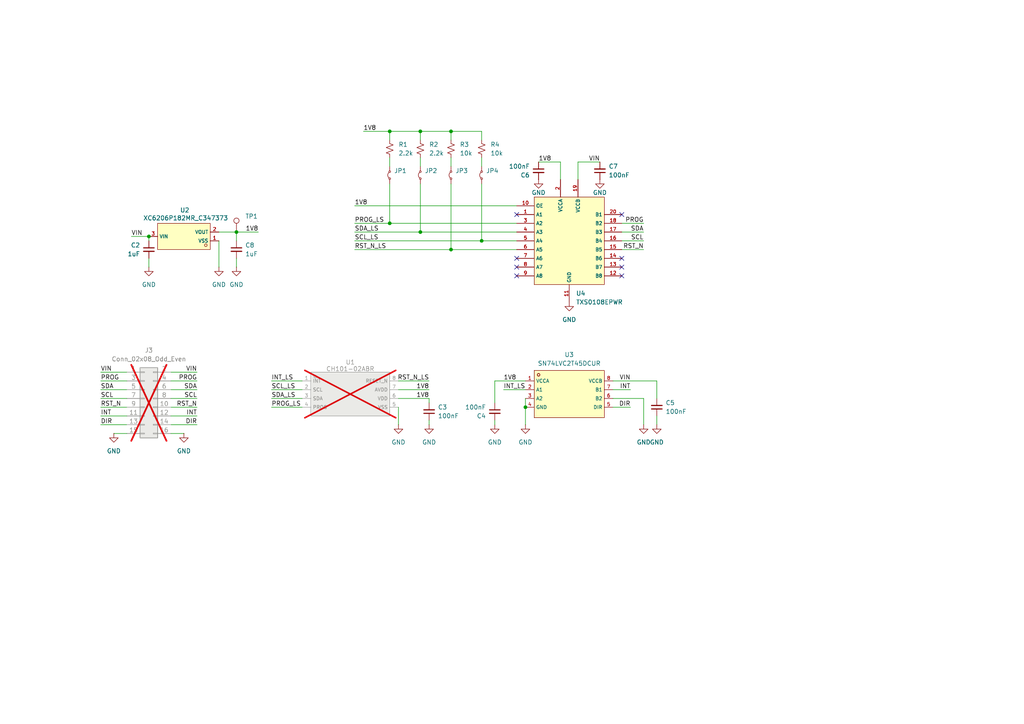
<source format=kicad_sch>
(kicad_sch (version 20250114) (generator "eeschema") (generator_version "9.0")
  (paper "A4")
  (title_block (title "CH101-02ABR Module") (date "2025-04-07") (rev "V1.0") (comment 4 "Author: Si Teng Wu"))
  (lib_symbols
    (symbol "Connector:TestPoint" (pin_numbers (hide yes)) (pin_names (offset 0.762) (hide yes))
      (property "Reference" "TP" (at 0 6.858 0))
      (property "Value" "TestPoint" (at 0 5.08 0))
      (symbol "TestPoint_0_1"
        (circle (center 0 3.302) (radius 0.762))
      )
      (symbol "TestPoint_1_1"
        (pin passive line (at 0 0 90) (length 2.54) (name "1") (number "1"))
      )
    )
    (symbol "Connector_Generic:Conn_02x08_Odd_Even" (pin_names (offset 1.016) (hide yes))
      (property "Reference" "J" (at 1.27 10.16 0))
      (property "Value" "Conn_02x08_Odd_Even" (at 1.27 -12.7 0))
      (symbol "Conn_02x08_Odd_Even_1_1"
        (rectangle (start -1.27 8.89) (end 3.81 -11.43) (stroke (width 0.254)) (fill (type background)))
        (rectangle (start -1.27 7.747) (end 0 7.493) (stroke (width 0.1524)))
        (rectangle (start -1.27 5.207) (end 0 4.953) (stroke (width 0.1524)))
        (rectangle (start -1.27 2.667) (end 0 2.413) (stroke (width 0.1524)))
        (rectangle (start -1.27 0.127) (end 0 -0.127) (stroke (width 0.1524)))
        (rectangle (start -1.27 -2.413) (end 0 -2.667) (stroke (width 0.1524)))
        (rectangle (start -1.27 -4.953) (end 0 -5.207) (stroke (width 0.1524)))
        (rectangle (start -1.27 -7.493) (end 0 -7.747) (stroke (width 0.1524)))
        (rectangle (start -1.27 -10.033) (end 0 -10.287) (stroke (width 0.1524)))
        (rectangle (start 3.81 7.747) (end 2.54 7.493) (stroke (width 0.1524)))
        (rectangle (start 3.81 5.207) (end 2.54 4.953) (stroke (width 0.1524)))
        (rectangle (start 3.81 2.667) (end 2.54 2.413) (stroke (width 0.1524)))
        (rectangle (start 3.81 0.127) (end 2.54 -0.127) (stroke (width 0.1524)))
        (rectangle (start 3.81 -2.413) (end 2.54 -2.667) (stroke (width 0.1524)))
        (rectangle (start 3.81 -4.953) (end 2.54 -5.207) (stroke (width 0.1524)))
        (rectangle (start 3.81 -7.493) (end 2.54 -7.747) (stroke (width 0.1524)))
        (rectangle (start 3.81 -10.033) (end 2.54 -10.287) (stroke (width 0.1524)))
        (pin passive line (at -5.08 7.62 0) (length 3.81) (name "Pin_1") (number "1"))
        (pin passive line (at -5.08 5.08 0) (length 3.81) (name "Pin_3") (number "3"))
        (pin passive line (at -5.08 2.54 0) (length 3.81) (name "Pin_5") (number "5"))
        (pin passive line (at -5.08 0 0) (length 3.81) (name "Pin_7") (number "7"))
        (pin passive line (at -5.08 -2.54 0) (length 3.81) (name "Pin_9") (number "9"))
        (pin passive line (at -5.08 -5.08 0) (length 3.81) (name "Pin_11") (number "11"))
        (pin passive line (at -5.08 -7.62 0) (length 3.81) (name "Pin_13") (number "13"))
        (pin passive line (at -5.08 -10.16 0) (length 3.81) (name "Pin_15") (number "15"))
        (pin passive line (at 7.62 7.62 180) (length 3.81) (name "Pin_2") (number "2"))
        (pin passive line (at 7.62 5.08 180) (length 3.81) (name "Pin_4") (number "4"))
        (pin passive line (at 7.62 2.54 180) (length 3.81) (name "Pin_6") (number "6"))
        (pin passive line (at 7.62 0 180) (length 3.81) (name "Pin_8") (number "8"))
        (pin passive line (at 7.62 -2.54 180) (length 3.81) (name "Pin_10") (number "10"))
        (pin passive line (at 7.62 -5.08 180) (length 3.81) (name "Pin_12") (number "12"))
        (pin passive line (at 7.62 -7.62 180) (length 3.81) (name "Pin_14") (number "14"))
        (pin passive line (at 7.62 -10.16 180) (length 3.81) (name "Pin_16") (number "16"))
      )
    )
    (symbol "Device:C_Small" (pin_numbers (hide yes)) (pin_names (offset 0.254) (hide yes))
      (property "Reference" "C" (at 0.254 1.778 0))
      (property "Value" "C_Small" (at 0.254 -2.032 0))
      (symbol "C_Small_0_1"
        (polyline (pts (xy -1.524 0.508) (xy 1.524 0.508)) (stroke (width 0.3048)))
        (polyline (pts (xy -1.524 -0.508) (xy 1.524 -0.508)) (stroke (width 0.3302)))
      )
      (symbol "C_Small_1_1"
        (pin passive line (at 0 2.54 270) (length 2.032) (name "~") (number "1"))
        (pin passive line (at 0 -2.54 90) (length 2.032) (name "~") (number "2"))
      )
    )
    (symbol "Device:R_Small_US" (pin_numbers (hide yes)) (pin_names (offset 0.254) (hide yes))
      (property "Reference" "R" (at 0.762 0.508 0))
      (property "Value" "R_Small_US" (at 0.762 -1.016 0))
      (symbol "R_Small_US_1_1"
        (polyline (pts (xy 0 1.524) (xy 1.016 1.143) (xy 0 0.762) (xy -1.016 0.381) (xy 0 0)))
        (polyline (pts (xy 0 0) (xy 1.016 -0.381) (xy 0 -0.762) (xy -1.016 -1.143) (xy 0 -1.524)))
        (pin passive line (at 0 2.54 270) (length 1.016) (name "~") (number "1"))
        (pin passive line (at 0 -2.54 90) (length 1.016) (name "~") (number "2"))
      )
    )
    (symbol "Jumper:Jumper_2_Small_Bridged" (pin_numbers (hide yes)) (pin_names (offset 0) (hide yes))
      (property "Reference" "JP" (at 0 2.032 0))
      (property "Value" "Jumper_2_Small_Bridged" (at 0 -2.286 0))
      (symbol "Jumper_2_Small_Bridged_0_0"
        (circle (center -1.016 0) (radius 0.254))
        (circle (center 1.016 0) (radius 0.254))
      )
      (symbol "Jumper_2_Small_Bridged_0_1"
        (arc (start -0.762 0.254) (mid 0 0.5696) (end 0.762 0.254))
      )
      (symbol "Jumper_2_Small_Bridged_1_1"
        (pin passive line (at -2.54 0 0) (length 1.27) (name "A") (number "1"))
        (pin passive line (at 2.54 0 180) (length 1.27) (name "B") (number "2"))
      )
    )
    (symbol "Ultrasonic Sensors:CH101-02ABR"
      (property "Reference" "U" (at 0 1.27 0))
      (property "Value" "CH101-02ABR" (at 0 -2.54 0))
      (symbol "CH101-02ABR_0_1"
        (rectangle (start -11.43 6.35) (end 11.43 -6.35) (fill (type background)))
        (circle (center -10.16 5.08) (radius 0.381) (fill (type background)))
        (pin unspecified line (at -13.97 3.81 0) (length 2.54) (name "INT") (number "1"))
        (pin unspecified line (at -13.97 1.27 0) (length 2.54) (name "SCL") (number "2"))
        (pin unspecified line (at -13.97 -1.27 0) (length 2.54) (name "SDA") (number "3"))
        (pin unspecified line (at -13.97 -3.81 0) (length 2.54) (name "PROG") (number "4"))
        (pin unspecified line (at 13.97 3.81 180) (length 2.54) (name "RESET_N") (number "8"))
        (pin unspecified line (at 13.97 1.27 180) (length 2.54) (name "AVDD") (number "7"))
        (pin unspecified line (at 13.97 -1.27 180) (length 2.54) (name "VDD") (number "6"))
        (pin unspecified line (at 13.97 -3.81 180) (length 2.54) (name "VSS") (number "5"))
      )
    )
    (symbol "Ultrasonic Sensors:SN74LVC2T45DCUR"
      (property "Reference" "U" (at 0 1.27 0))
      (property "Value" "SN74LVC2T45DCUR" (at 0 -2.54 0))
      (symbol "SN74LVC2T45DCUR_0_1"
        (rectangle (start -10.16 6.858) (end 10.16 -6.858) (fill (type background)))
        (circle (center -8.89 5.588) (radius 0.381) (fill (type background)))
        (circle (center -8.89 5.588) (radius 0.381) (fill (type background)))
        (pin unspecified line (at -12.7 3.81 0) (length 2.54) (name "VCCA") (number "1"))
        (pin unspecified line (at -12.7 1.27 0) (length 2.54) (name "A1") (number "2"))
        (pin unspecified line (at -12.7 -1.27 0) (length 2.54) (name "A2") (number "3"))
        (pin unspecified line (at -12.7 -3.81 0) (length 2.54) (name "GND") (number "4"))
        (pin unspecified line (at 12.7 3.81 180) (length 2.54) (name "VCCB") (number "8"))
        (pin unspecified line (at 12.7 1.27 180) (length 2.54) (name "B1") (number "7"))
        (pin unspecified line (at 12.7 -1.27 180) (length 2.54) (name "B2") (number "6"))
        (pin unspecified line (at 12.7 -3.81 180) (length 2.54) (name "DIR") (number "5"))
      )
    )
    (symbol "Ultrasonic Sensors:TXS0108EPWR"
      (property "Reference" "U" (at 0 1.27 0))
      (property "Value" "TXS0108EPWR" (at 0 -2.54 0))
      (symbol "TXS0108EPWR_0_1"
        (rectangle (start -10.16 12.7) (end 10.16 -12.7) (fill (type background)))
        (pin unspecified line (at -15.24 10.16 0) (length 5.08) (name "OE") (number "10"))
        (pin unspecified line (at -15.24 7.62 0) (length 5.08) (name "A1") (number "1"))
        (pin unspecified line (at -15.24 5.08 0) (length 5.08) (name "A2") (number "3"))
        (pin unspecified line (at -15.24 2.54 0) (length 5.08) (name "A3") (number "4"))
        (pin unspecified line (at -15.24 0 0) (length 5.08) (name "A4") (number "5"))
        (pin unspecified line (at -15.24 -2.54 0) (length 5.08) (name "A5") (number "6"))
        (pin unspecified line (at -15.24 -5.08 0) (length 5.08) (name "A6") (number "7"))
        (pin unspecified line (at -15.24 -7.62 0) (length 5.08) (name "A7") (number "8"))
        (pin unspecified line (at -15.24 -10.16 0) (length 5.08) (name "A8") (number "9"))
        (pin unspecified line (at -2.54 17.78 270) (length 5.08) (name "VCCA") (number "2"))
        (pin unspecified line (at 0 -17.78 90) (length 5.08) (name "GND") (number "11"))
        (pin unspecified line (at 2.54 17.78 270) (length 5.08) (name "VCCB") (number "19"))
        (pin unspecified line (at 15.24 7.62 180) (length 5.08) (name "B1") (number "20"))
        (pin unspecified line (at 15.24 5.08 180) (length 5.08) (name "B2") (number "18"))
        (pin unspecified line (at 15.24 2.54 180) (length 5.08) (name "B3") (number "17"))
        (pin unspecified line (at 15.24 0 180) (length 5.08) (name "B4") (number "16"))
        (pin unspecified line (at 15.24 -2.54 180) (length 5.08) (name "B5") (number "15"))
        (pin unspecified line (at 15.24 -5.08 180) (length 5.08) (name "B6") (number "14"))
        (pin unspecified line (at 15.24 -7.62 180) (length 5.08) (name "B7") (number "13"))
        (pin unspecified line (at 15.24 -10.16 180) (length 5.08) (name "B8") (number "12"))
      )
    )
    (symbol "Ultrasonic Sensors:XC6206P182MR_C347373"
      (property "Reference" "U" (at 0 1.27 0))
      (property "Value" "XC6206P182MR_C347373" (at 0 -2.54 0))
      (symbol "XC6206P182MR_C347373_0_1"
        (rectangle (start -7.62 3.81) (end 7.62 -3.81) (fill (type background)))
        (circle (center -6.35 2.54) (radius 0.381) (fill (type background)))
        (pin unspecified line (at -10.16 1.27 0) (length 2.54) (name "VSS") (number "1"))
        (pin unspecified line (at -10.16 -1.27 0) (length 2.54) (name "VOUT") (number "2"))
        (pin unspecified line (at 10.16 0 180) (length 2.54) (name "VIN") (number "3"))
      )
    )
    (symbol "power:GND" (power) (pin_numbers (hide yes)) (pin_names (offset 0) (hide yes))
      (property "Value" "GND" (at 0 -3.81 0))
      (symbol "GND_0_1"
        (polyline (pts (xy 0 0) (xy 0 -1.27) (xy 1.27 -1.27) (xy 0 -2.54) (xy -1.27 -1.27) (xy 0 -1.27)))
      )
      (symbol "GND_1_1"
        (pin power_in line (at 0 0 270) (length 0) (name "~") (number "1"))
      )
    )
  )
  (junction (at 130.81 72.39))
  (junction (at 43.18 68.58))
  (junction (at 130.81 38.1))
  (junction (at 113.03 38.1))
  (junction (at 113.03 64.77))
  (junction (at 139.7 69.85))
  (junction (at 68.58 67.31))
  (junction (at 121.92 67.31))
  (junction (at 152.4 118.11))
  (junction (at 121.92 38.1))
  (no_connect (at 180.34 80.01))
  (no_connect (at 149.86 74.93))
  (no_connect (at 149.86 80.01))
  (no_connect (at 180.34 62.23))
  (no_connect (at 149.86 77.47))
  (no_connect (at 180.34 74.93))
  (no_connect (at 149.86 62.23))
  (no_connect (at 180.34 77.47))
  (wire (pts (xy 121.92 38.1) (xy 130.81 38.1)))
  (wire (pts (xy 130.81 53.34) (xy 130.81 72.39)))
  (wire (pts (xy 115.57 113.03) (xy 124.46 113.03)))
  (wire (pts (xy 186.69 64.77) (xy 180.34 64.77)))
  (wire (pts (xy 143.51 110.49) (xy 143.51 116.84)))
  (wire (pts (xy 115.57 115.57) (xy 124.46 115.57)))
  (wire (pts (xy 186.69 67.31) (xy 180.34 67.31)))
  (wire (pts (xy 36.83 118.11) (xy 29.21 118.11)))
  (wire (pts (xy 113.03 64.77) (xy 149.86 64.77)))
  (wire (pts (xy 36.83 107.95) (xy 29.21 107.95)))
  (wire (pts (xy 102.87 69.85) (xy 139.7 69.85)))
  (wire (pts (xy 130.81 38.1) (xy 139.7 38.1)))
  (wire (pts (xy 43.18 74.93) (xy 43.18 77.47)))
  (wire (pts (xy 49.53 118.11) (xy 57.15 118.11)))
  (wire (pts (xy 102.87 64.77) (xy 113.03 64.77)))
  (wire (pts (xy 177.8 118.11) (xy 182.88 118.11)))
  (wire (pts (xy 152.4 115.57) (xy 152.4 118.11)))
  (wire (pts (xy 68.58 74.93) (xy 68.58 77.47)))
  (wire (pts (xy 49.53 110.49) (xy 57.15 110.49)))
  (wire (pts (xy 115.57 110.49) (xy 124.46 110.49)))
  (wire (pts (xy 121.92 67.31) (xy 149.86 67.31)))
  (wire (pts (xy 36.83 125.73) (xy 33.02 125.73)))
  (wire (pts (xy 139.7 53.34) (xy 139.7 69.85)))
  (wire (pts (xy 36.83 120.65) (xy 29.21 120.65)))
  (wire (pts (xy 49.53 125.73) (xy 53.34 125.73)))
  (wire (pts (xy 139.7 69.85) (xy 149.86 69.85)))
  (wire (pts (xy 130.81 38.1) (xy 130.81 40.64)))
  (wire (pts (xy 190.5 110.49) (xy 177.8 110.49)))
  (wire (pts (xy 78.74 118.11) (xy 87.63 118.11)))
  (wire (pts (xy 36.83 113.03) (xy 29.21 113.03)))
  (wire (pts (xy 130.81 72.39) (xy 149.86 72.39)))
  (wire (pts (xy 102.87 67.31) (xy 121.92 67.31)))
  (wire (pts (xy 190.5 120.65) (xy 190.5 123.19)))
  (wire (pts (xy 68.58 69.85) (xy 68.58 67.31)))
  (wire (pts (xy 139.7 38.1) (xy 139.7 40.64)))
  (wire (pts (xy 186.69 115.57) (xy 177.8 115.57)))
  (wire (pts (xy 124.46 116.84) (xy 124.46 115.57)))
  (wire (pts (xy 180.34 69.85) (xy 186.69 69.85)))
  (wire (pts (xy 167.64 46.99) (xy 173.99 46.99)))
  (wire (pts (xy 113.03 38.1) (xy 121.92 38.1)))
  (wire (pts (xy 143.51 121.92) (xy 143.51 123.19)))
  (wire (pts (xy 177.8 113.03) (xy 182.88 113.03)))
  (wire (pts (xy 49.53 107.95) (xy 57.15 107.95)))
  (wire (pts (xy 102.87 72.39) (xy 130.81 72.39)))
  (wire (pts (xy 49.53 123.19) (xy 57.15 123.19)))
  (wire (pts (xy 115.57 118.11) (xy 115.57 123.19)))
  (wire (pts (xy 38.1 68.58) (xy 43.18 68.58)))
  (wire (pts (xy 124.46 121.92) (xy 124.46 123.19)))
  (wire (pts (xy 36.83 123.19) (xy 29.21 123.19)))
  (wire (pts (xy 113.03 38.1) (xy 113.03 40.64)))
  (wire (pts (xy 49.53 115.57) (xy 57.15 115.57)))
  (wire (pts (xy 43.18 69.85) (xy 43.18 68.58)))
  (wire (pts (xy 105.41 38.1) (xy 113.03 38.1)))
  (wire (pts (xy 146.05 113.03) (xy 152.4 113.03)))
  (wire (pts (xy 152.4 118.11) (xy 152.4 123.19)))
  (wire (pts (xy 162.56 46.99) (xy 162.56 52.07)))
  (wire (pts (xy 156.21 46.99) (xy 162.56 46.99)))
  (wire (pts (xy 78.74 110.49) (xy 87.63 110.49)))
  (wire (pts (xy 68.58 67.31) (xy 74.93 67.31)))
  (wire (pts (xy 113.03 45.72) (xy 113.03 48.26)))
  (wire (pts (xy 36.83 115.57) (xy 29.21 115.57)))
  (wire (pts (xy 121.92 53.34) (xy 121.92 67.31)))
  (wire (pts (xy 49.53 113.03) (xy 57.15 113.03)))
  (wire (pts (xy 49.53 120.65) (xy 57.15 120.65)))
  (wire (pts (xy 102.87 59.69) (xy 149.86 59.69)))
  (wire (pts (xy 167.64 46.99) (xy 167.64 52.07)))
  (wire (pts (xy 113.03 53.34) (xy 113.03 64.77)))
  (wire (pts (xy 78.74 115.57) (xy 87.63 115.57)))
  (wire (pts (xy 190.5 110.49) (xy 190.5 115.57)))
  (wire (pts (xy 121.92 45.72) (xy 121.92 48.26)))
  (wire (pts (xy 143.51 110.49) (xy 152.4 110.49)))
  (wire (pts (xy 139.7 45.72) (xy 139.7 48.26)))
  (wire (pts (xy 36.83 110.49) (xy 29.21 110.49)))
  (wire (pts (xy 78.74 113.03) (xy 87.63 113.03)))
  (wire (pts (xy 180.34 72.39) (xy 186.69 72.39)))
  (wire (pts (xy 121.92 38.1) (xy 121.92 40.64)))
  (wire (pts (xy 63.5 69.85) (xy 63.5 77.47)))
  (wire (pts (xy 68.58 67.31) (xy 63.5 67.31)))
  (wire (pts (xy 186.69 123.19) (xy 186.69 115.57)))
  (wire (pts (xy 130.81 45.72) (xy 130.81 48.26)))
  (label "VIN" (at 38.1 68.58 0))
  (label "SDA" (at 57.15 113.03 180))
  (label "SCL" (at 29.21 115.57 0))
  (label "RST_N" (at 57.15 118.11 180))
  (label "INT" (at 182.88 113.03 180))
  (label "1V8" (at 156.21 46.99 0))
  (label "SCL" (at 57.15 115.57 180))
  (label "1V8" (at 105.41 38.1 0))
  (label "1V8" (at 124.46 113.03 180))
  (label "PROG" (at 29.21 110.49 0))
  (label "SDA" (at 186.69 67.31 180))
  (label "1V8" (at 146.05 110.49 0))
  (label "VIN" (at 182.88 110.49 180))
  (label "1V8" (at 124.46 115.57 180))
  (label "RST_N_LS" (at 124.46 110.49 180))
  (label "INT" (at 57.15 120.65 180))
  (label "DIR" (at 29.21 123.19 0))
  (label "PROG_LS" (at 78.74 118.11 0))
  (label "DIR" (at 182.88 118.11 180))
  (label "SDA_LS" (at 78.74 115.57 0))
  (label "VIN" (at 29.21 107.95 0))
  (label "1V8" (at 74.93 67.31 180))
  (label "VIN" (at 173.99 46.99 180))
  (label "PROG_LS" (at 102.87 64.77 0))
  (label "SDA_LS" (at 102.87 67.31 0))
  (label "1V8" (at 102.87 59.69 0))
  (label "INT_LS" (at 78.74 110.49 0))
  (label "RST_N_LS" (at 102.87 72.39 0))
  (label "SCL_LS" (at 102.87 69.85 0))
  (label "RST_N" (at 186.69 72.39 180))
  (label "SDA" (at 29.21 113.03 0))
  (label "INT_LS" (at 146.05 113.03 0))
  (label "VIN" (at 57.15 107.95 180))
  (label "PROG" (at 186.69 64.77 180))
  (label "DIR" (at 57.15 123.19 180))
  (label "PROG" (at 57.15 110.49 180))
  (label "INT" (at 29.21 120.65 0))
  (label "SCL_LS" (at 78.74 113.03 0))
  (label "SCL" (at 186.69 69.85 180))
  (label "RST_N" (at 29.21 118.11 0))
  (symbol (lib_id "power:GND") (at 173.99 52.07 0) (unit 1)
    (property "Reference" "#PWR012" (effects (hide yes)))
    (property "Value" "GND" (at 173.99 55.88 0))
    (property "Description" "Power symbol creates a global label with name \"GND\" , ground" (effects (hide yes)))
  )
  (symbol (lib_id "power:GND") (at 165.1 87.63 0) (unit 1)
    (property "Reference" "#PWR011" (effects (hide yes)))
    (property "Value" "GND" (at 165.1 92.71 0))
    (property "Description" "Power symbol creates a global label with name \"GND\" , ground" (effects (hide yes)))
  )
  (symbol (lib_id "Connector:TestPoint") (at 68.58 67.31 0) (unit 1)
    (property "Reference" "TP1" (at 71.12 62.7379 0) (effects (justify left)))
    (property "Value" "TestPoint" (effects (hide yes)))
    (property "Footprint" "TestPoint:TestPoint_Pad_1.0x1.0mm" (effects (hide yes)))
    (property "Description" "test point" (effects (hide yes)))
  )
  (symbol (lib_id "Ultrasonic Sensors:TXS0108EPWR") (at 165.1 69.85 0) (unit 1)
    (property "Reference" "U4" (at 167.0576 85.09 0) (effects (justify left)))
    (property "Value" "TXS0108EPWR" (at 167.0576 87.63 0) (effects (justify left)))
    (property "Footprint" "footprint:TSSOP-20_L6.5-W4.4-P0.65-LS6.4-BL" (effects (hide yes)))
    (property "Datasheet" "https://www.ti.com/lit/ds/symlink/txs0108e.pdf" (effects (hide yes)))
    (property "LCSC" "C17206" (effects (hide yes)))
  )
  (symbol (lib_id "Device:R_Small_US") (at 130.81 43.18 0) (unit 1)
    (property "Reference" "R3" (at 133.35 41.9099 0) (effects (justify left)))
    (property "Value" "10k" (at 133.35 44.4499 0) (effects (justify left)))
    (property "Footprint" "Resistor_SMD:R_0603_1608Metric" (effects (hide yes)))
    (property "Description" "Resistor, small US symbol" (effects (hide yes)))
    (property "LCSC" "C25804" (effects (hide yes)))
  )
  (symbol (lib_id "Device:C_Small") (at 68.58 72.39 0) (unit 1)
    (property "Reference" "C8" (at 71.12 71.1262 0) (effects (justify left)))
    (property "Value" "1uF" (at 71.12 73.6662 0) (effects (justify left)))
    (property "Footprint" "Capacitor_SMD:C_0603_1608Metric" (effects (hide yes)))
    (property "Description" "Unpolarized capacitor, small symbol" (effects (hide yes)))
    (property "LCSC" " C15849" (effects (hide yes)))
  )
  (symbol (lib_id "power:GND") (at 190.5 123.19 0) (unit 1)
    (property "Reference" "#PWR06" (effects (hide yes)))
    (property "Value" "GND" (at 190.5 128.27 0))
    (property "Description" "Power symbol creates a global label with name \"GND\" , ground" (effects (hide yes)))
  )
  (symbol (lib_id "Ultrasonic Sensors:CH101-02ABR") (at 101.6 114.3 0) (unit 1) (in_bom no) (dnp yes)
    (property "Reference" "U1" (at 101.6 105.0671 0))
    (property "Value" "CH101-02ABR" (at 101.6 106.9881 0))
    (property "Footprint" "footprint:LGA-8_L3.5-W3.5-P0.50-TL" (effects (hide yes)))
    (property "Datasheet" "https://invensense.tdk.com/wp-content/uploads/2022/04/DS-000331-CH101-v1.4.pdf" (effects (hide yes)))
    (property "LCSC" "C1513113" (effects (hide yes)))
  )
  (symbol (lib_id "Device:C_Small") (at 173.99 49.53 180) (unit 1)
    (property "Reference" "C7" (at 176.53 48.2535 0) (effects (justify right)))
    (property "Value" "100nF" (at 176.53 50.7935 0) (effects (justify right)))
    (property "Footprint" "Capacitor_SMD:C_0603_1608Metric" (effects (hide yes)))
    (property "Description" "Unpolarized capacitor, small symbol" (effects (hide yes)))
    (property "LCSC" "C14663" (effects (hide yes)))
  )
  (symbol (lib_id "Jumper:Jumper_2_Small_Bridged") (at 113.03 50.8 90) (unit 1)
    (property "Reference" "JP1" (at 114.3 49.5299 90) (effects (justify right)))
    (property "Value" "Jumper_2_Small_Bridged" (effects (hide yes)))
    (property "Footprint" "Jumper:SolderJumper-2_P1.3mm_Open_TrianglePad1.0x1.5mm" (effects (hide yes)))
    (property "Description" "Jumper, 2-pole, small symbol, bridged" (effects (hide yes)))
  )
  (symbol (lib_id "Device:R_Small_US") (at 121.92 43.18 0) (unit 1)
    (property "Reference" "R2" (at 124.46 41.9099 0) (effects (justify left)))
    (property "Value" "2.2k" (at 124.46 44.4499 0) (effects (justify left)))
    (property "Footprint" "Resistor_SMD:R_0603_1608Metric" (effects (hide yes)))
    (property "Description" "Resistor, small US symbol" (effects (hide yes)))
    (property "LCSC" "C4190" (effects (hide yes)))
  )
  (symbol (lib_id "Device:C_Small") (at 156.21 49.53 0) (unit 1)
    (property "Reference" "C6" (at 153.67 50.8065 0) (effects (justify right)))
    (property "Value" "100nF" (at 153.67 48.2665 0) (effects (justify right)))
    (property "Footprint" "Capacitor_SMD:C_0603_1608Metric" (effects (hide yes)))
    (property "Description" "Unpolarized capacitor, small symbol" (effects (hide yes)))
    (property "LCSC" "C14663" (effects (hide yes)))
  )
  (symbol (lib_id "power:GND") (at 33.02 125.73 0) (mirror y) (unit 1)
    (property "Reference" "#PWR014" (effects (hide yes)))
    (property "Value" "GND" (at 33.02 130.81 0))
    (property "Description" "Power symbol creates a global label with name \"GND\" , ground" (effects (hide yes)))
  )
  (symbol (lib_id "Device:R_Small_US") (at 113.03 43.18 0) (unit 1)
    (property "Reference" "R1" (at 115.57 41.9099 0) (effects (justify left)))
    (property "Value" "2.2k" (at 115.57 44.4499 0) (effects (justify left)))
    (property "Footprint" "Resistor_SMD:R_0603_1608Metric" (effects (hide yes)))
    (property "Description" "Resistor, small US symbol" (effects (hide yes)))
    (property "LCSC" "C4190" (effects (hide yes)))
  )
  (symbol (lib_id "Ultrasonic Sensors:XC6206P182MR_C347373") (at 53.34 68.58 180) (unit 1)
    (property "Reference" "U2" (at 53.594 60.96 0))
    (property "Value" "XC6206P182MR_C347373" (at 53.848 63.246 0))
    (property "Footprint" "footprint:SOT-23-3_L3.0-W1.7-P0.95-LS2.9-BR" (effects (hide yes)))
    (property "Datasheet" "https://jlcpcb.com/api/file/downloadByFileSystemAccessId/8588884602589499392" (effects (hide yes)))
    (property "LCSC" "C347373" (effects (hide yes)))
  )
  (symbol (lib_id "Jumper:Jumper_2_Small_Bridged") (at 130.81 50.8 90) (unit 1)
    (property "Reference" "JP3" (at 132.08 49.5299 90) (effects (justify right)))
    (property "Value" "Jumper_2_Small_Bridged" (effects (hide yes)))
    (property "Footprint" "Jumper:SolderJumper-2_P1.3mm_Open_TrianglePad1.0x1.5mm" (effects (hide yes)))
    (property "Description" "Jumper, 2-pole, small symbol, bridged" (effects (hide yes)))
  )
  (symbol (lib_id "Jumper:Jumper_2_Small_Bridged") (at 121.92 50.8 90) (unit 1)
    (property "Reference" "JP2" (at 123.19 49.5299 90) (effects (justify right)))
    (property "Value" "Jumper_2_Small_Bridged" (effects (hide yes)))
    (property "Footprint" "Jumper:SolderJumper-2_P1.3mm_Open_TrianglePad1.0x1.5mm" (effects (hide yes)))
    (property "Description" "Jumper, 2-pole, small symbol, bridged" (effects (hide yes)))
  )
  (symbol (lib_id "Device:C_Small") (at 43.18 72.39 0) (mirror y) (unit 1)
    (property "Reference" "C2" (at 40.64 71.1262 0) (effects (justify left)))
    (property "Value" "1uF" (at 40.64 73.6662 0) (effects (justify left)))
    (property "Footprint" "Capacitor_SMD:C_0603_1608Metric" (effects (hide yes)))
    (property "Description" "Unpolarized capacitor, small symbol" (effects (hide yes)))
    (property "LCSC" " C15849" (effects (hide yes)))
  )
  (symbol (lib_id "Device:C_Small") (at 124.46 119.38 180) (unit 1)
    (property "Reference" "C3" (at 127 118.1035 0) (effects (justify right)))
    (property "Value" "100nF" (at 127 120.6435 0) (effects (justify right)))
    (property "Footprint" "Capacitor_SMD:C_0603_1608Metric" (effects (hide yes)))
    (property "Description" "Unpolarized capacitor, small symbol" (effects (hide yes)))
    (property "LCSC" "C14663" (effects (hide yes)))
  )
  (symbol (lib_id "Ultrasonic Sensors:SN74LVC2T45DCUR") (at 165.1 114.3 0) (unit 1)
    (property "Reference" "U3" (at 165.1 102.87 0))
    (property "Value" "SN74LVC2T45DCUR" (at 165.1 105.41 0))
    (property "Footprint" "footprint:VSSOP-8_L2.4-W2.1-P0.50-LS3.2-BR" (effects (hide yes)))
    (property "Datasheet" "https://item.szlcsc.com/61761.html" (effects (hide yes)))
    (property "LCSC" "C15741" (effects (hide yes)))
  )
  (symbol (lib_id "power:GND") (at 53.34 125.73 0) (unit 1)
    (property "Reference" "#PWR09" (effects (hide yes)))
    (property "Value" "GND" (at 53.34 130.81 0))
    (property "Description" "Power symbol creates a global label with name \"GND\" , ground" (effects (hide yes)))
  )
  (symbol (lib_id "Device:C_Small") (at 190.5 118.11 180) (unit 1)
    (property "Reference" "C5" (at 193.04 116.8335 0) (effects (justify right)))
    (property "Value" "100nF" (at 193.04 119.3735 0) (effects (justify right)))
    (property "Footprint" "Capacitor_SMD:C_0603_1608Metric" (effects (hide yes)))
    (property "Description" "Unpolarized capacitor, small symbol" (effects (hide yes)))
    (property "LCSC" "C14663" (effects (hide yes)))
  )
  (symbol (lib_id "power:GND") (at 156.21 52.07 0) (unit 1)
    (property "Reference" "#PWR013" (effects (hide yes)))
    (property "Value" "GND" (at 156.21 55.88 0))
    (property "Description" "Power symbol creates a global label with name \"GND\" , ground" (effects (hide yes)))
  )
  (symbol (lib_id "power:GND") (at 68.58 77.47 0) (unit 1)
    (property "Reference" "#PWR03" (effects (hide yes)))
    (property "Value" "GND" (at 68.58 82.55 0))
    (property "Description" "Power symbol creates a global label with name \"GND\" , ground" (effects (hide yes)))
  )
  (symbol (lib_id "Connector_Generic:Conn_02x08_Odd_Even") (at 41.91 115.57 0) (unit 1) (in_bom no) (dnp yes)
    (property "Reference" "J3" (at 43.18 101.6 0))
    (property "Value" "Conn_02x08_Odd_Even" (at 43.18 104.14 0))
    (property "Footprint" "Connector_PinHeader_2.54mm:PinHeader_2x08_P2.54mm_Vertical" (effects (hide yes)))
    (property "Description" "Generic connector, double row, 02x08, odd/even pin numbering scheme (row 1 odd numbers, row 2 even numbers), script generated (kicad-library-utils/schlib/autogen/connector/)" (effects (hide yes)))
  )
  (symbol (lib_id "power:GND") (at 143.51 123.19 0) (unit 1)
    (property "Reference" "#PWR08" (effects (hide yes)))
    (property "Value" "GND" (at 143.51 128.27 0))
    (property "Description" "Power symbol creates a global label with name \"GND\" , ground" (effects (hide yes)))
  )
  (symbol (lib_id "power:GND") (at 152.4 123.19 0) (unit 1)
    (property "Reference" "#PWR07" (effects (hide yes)))
    (property "Value" "GND" (at 152.4 128.27 0))
    (property "Description" "Power symbol creates a global label with name \"GND\" , ground" (effects (hide yes)))
  )
  (symbol (lib_id "Jumper:Jumper_2_Small_Bridged") (at 139.7 50.8 90) (unit 1)
    (property "Reference" "JP4" (at 140.97 49.5299 90) (effects (justify right)))
    (property "Value" "Jumper_2_Small_Bridged" (effects (hide yes)))
    (property "Footprint" "Jumper:SolderJumper-2_P1.3mm_Open_TrianglePad1.0x1.5mm" (effects (hide yes)))
    (property "Description" "Jumper, 2-pole, small symbol, bridged" (effects (hide yes)))
  )
  (symbol (lib_id "power:GND") (at 124.46 123.19 0) (unit 1)
    (property "Reference" "#PWR05" (effects (hide yes)))
    (property "Value" "GND" (at 124.46 128.27 0))
    (property "Description" "Power symbol creates a global label with name \"GND\" , ground" (effects (hide yes)))
  )
  (symbol (lib_id "power:GND") (at 186.69 123.19 0) (unit 1)
    (property "Reference" "#PWR010" (effects (hide yes)))
    (property "Value" "GND" (at 186.69 128.27 0))
    (property "Description" "Power symbol creates a global label with name \"GND\" , ground" (effects (hide yes)))
  )
  (symbol (lib_id "power:GND") (at 63.5 77.47 0) (unit 1)
    (property "Reference" "#PWR01" (effects (hide yes)))
    (property "Value" "GND" (at 63.5 82.55 0))
    (property "Description" "Power symbol creates a global label with name \"GND\" , ground" (effects (hide yes)))
  )
  (symbol (lib_id "Device:C_Small") (at 143.51 119.38 0) (unit 1)
    (property "Reference" "C4" (at 140.97 120.6565 0) (effects (justify right)))
    (property "Value" "100nF" (at 140.97 118.1165 0) (effects (justify right)))
    (property "Footprint" "Capacitor_SMD:C_0603_1608Metric" (effects (hide yes)))
    (property "Description" "Unpolarized capacitor, small symbol" (effects (hide yes)))
    (property "LCSC" "C14663" (effects (hide yes)))
  )
  (symbol (lib_id "power:GND") (at 115.57 123.19 0) (unit 1)
    (property "Reference" "#PWR04" (effects (hide yes)))
    (property "Value" "GND" (at 115.57 128.27 0))
    (property "Description" "Power symbol creates a global label with name \"GND\" , ground" (effects (hide yes)))
  )
  (symbol (lib_id "power:GND") (at 43.18 77.47 0) (unit 1)
    (property "Reference" "#PWR02" (effects (hide yes)))
    (property "Value" "GND" (at 43.18 82.55 0))
    (property "Description" "Power symbol creates a global label with name \"GND\" , ground" (effects (hide yes)))
  )
  (symbol (lib_id "Device:R_Small_US") (at 139.7 43.18 0) (unit 1)
    (property "Reference" "R4" (at 142.24 41.9099 0) (effects (justify left)))
    (property "Value" "10k" (at 142.24 44.4499 0) (effects (justify left)))
    (property "Footprint" "Resistor_SMD:R_0603_1608Metric" (effects (hide yes)))
    (property "Description" "Resistor, small US symbol" (effects (hide yes)))
    (property "LCSC" "C25804" (effects (hide yes)))
  )
)
</source>
